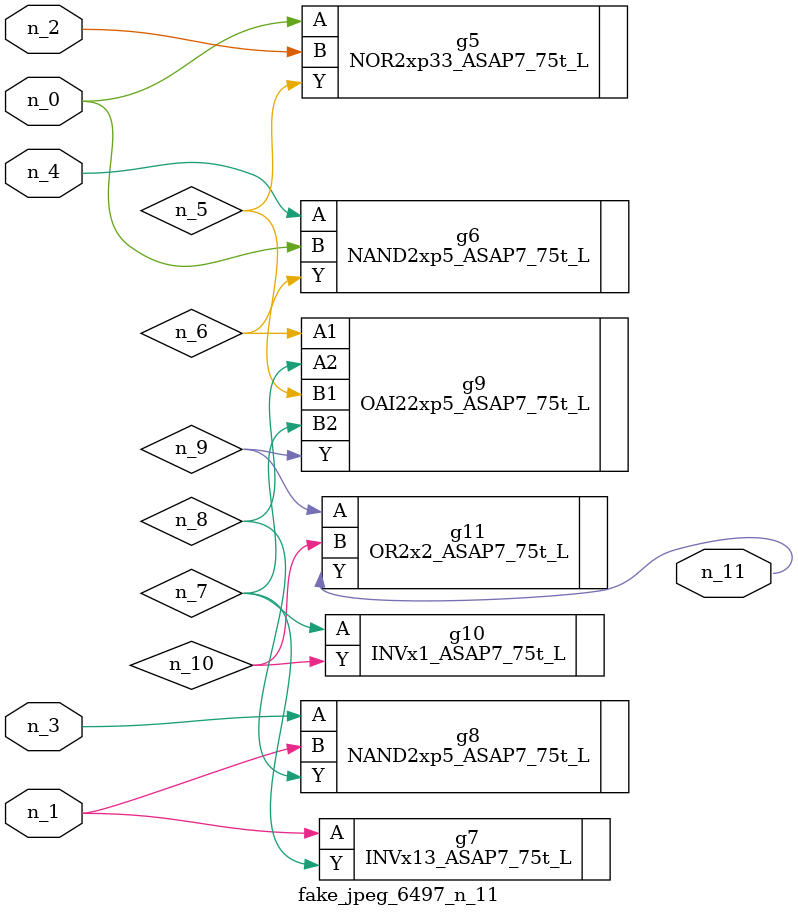
<source format=v>
module fake_jpeg_6497_n_11 (n_3, n_2, n_1, n_0, n_4, n_11);

input n_3;
input n_2;
input n_1;
input n_0;
input n_4;

output n_11;

wire n_10;
wire n_8;
wire n_9;
wire n_6;
wire n_5;
wire n_7;

NOR2xp33_ASAP7_75t_L g5 ( 
.A(n_0),
.B(n_2),
.Y(n_5)
);

NAND2xp5_ASAP7_75t_L g6 ( 
.A(n_4),
.B(n_0),
.Y(n_6)
);

INVx13_ASAP7_75t_L g7 ( 
.A(n_1),
.Y(n_7)
);

NAND2xp5_ASAP7_75t_L g8 ( 
.A(n_3),
.B(n_1),
.Y(n_8)
);

OAI22xp5_ASAP7_75t_L g9 ( 
.A1(n_6),
.A2(n_8),
.B1(n_5),
.B2(n_7),
.Y(n_9)
);

OR2x2_ASAP7_75t_L g11 ( 
.A(n_9),
.B(n_10),
.Y(n_11)
);

INVx1_ASAP7_75t_L g10 ( 
.A(n_7),
.Y(n_10)
);


endmodule
</source>
